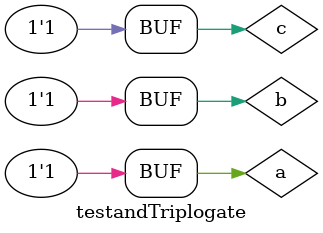
<source format=v>

module andgate (s, p, q );
      output s;
      input  p, q;

      assign s = p & q ;
  
endmodule // andgate

// ---------------------
// -- andTriplo gate
// ---------------------

module andTriplogate(s , p , q , t);
 input   p, q , t;
 wire tmp;
 output  s;
          // instancia
 andgate AND1 (tmp, p, q  );
 andgate AND2 (s , tmp , t  );
 
 endmodule // andTriplo
 

// ---------------------
// -- test and gate
// ---------------------

module testandTriplogate;
 reg   a, b , c;
 wire  s ;
          // instancia
 andTriplogate AND3 (s, a , b , c  );
 
 
//----------parte principal

 initial begin:start 
  a=0; b=0; c=0;
end 


 initial begin:main 
      $display("Exercicio09 -  Milton teles da silva - 002751");
      $display("Test AND gate");
      $display("\na & b & c  = s\n");
  
 $monitor("%b %b %b = %b" ,  a , b , c , s);     
      #1 a=0; b=0; c=1;
      #1 a=0; b=1; c=0;
      #1 a=0; b=1; c=1;
		#1 a=1; b=0; c=0;
		#1 a=1; b=0; c=1;
		#1 a=1; b=1; c=0;
		#1 a=1; b=1; c=1;

 end
endmodule // testnandgate

</source>
